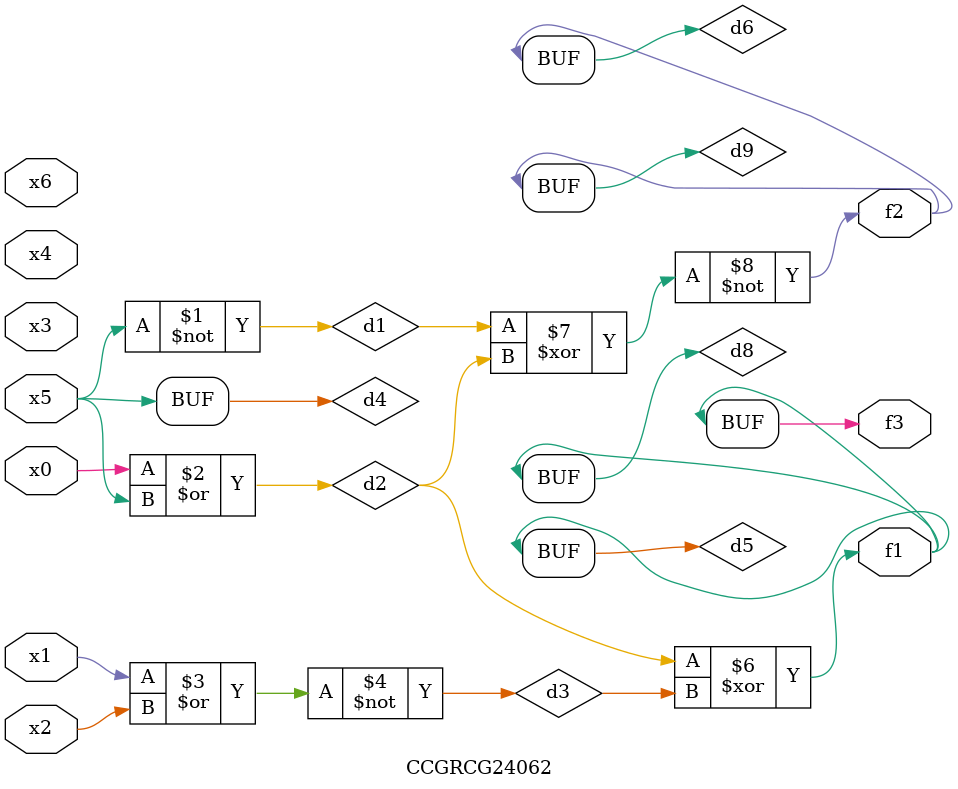
<source format=v>
module CCGRCG24062(
	input x0, x1, x2, x3, x4, x5, x6,
	output f1, f2, f3
);

	wire d1, d2, d3, d4, d5, d6, d7, d8, d9;

	nand (d1, x5);
	or (d2, x0, x5);
	nor (d3, x1, x2);
	xnor (d4, d1);
	xor (d5, d2, d3);
	xnor (d6, d1, d2);
	not (d7, x4);
	buf (d8, d5);
	xor (d9, d6);
	assign f1 = d8;
	assign f2 = d9;
	assign f3 = d8;
endmodule

</source>
